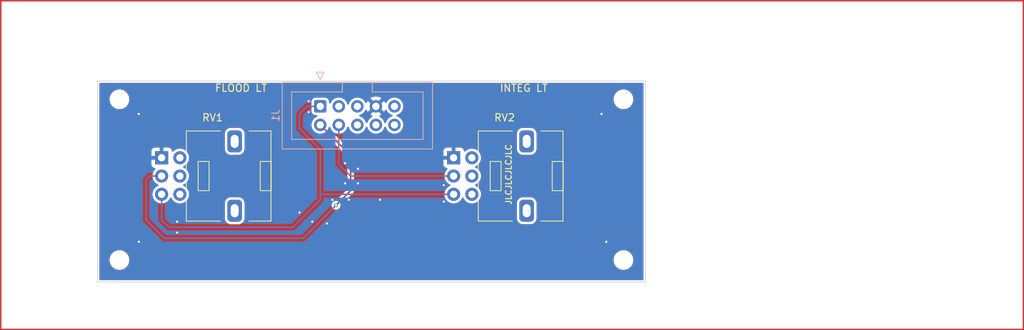
<source format=kicad_pcb>
(kicad_pcb (version 20240108) (generator "pcbnew") (generator_version "8.0")
  (layers (0 "F.Cu" signal) (31 "B.Cu" signal) (34 "B.Paste" user) (35 "F.Paste" user) (36 "B.SilkS" user "B.Silkscreen") (37 "F.SilkS" user "F.Silkscreen") (38 "B.Mask" user) (39 "F.Mask" user) (44 "Edge.Cuts" user))
  (net 0 "")
  (net 1 "GND")
  (net 2 "+3V3")
  (net 3 "VBUS")
  (net 4 "/FLOOD")
  (net 5 "/INTEG")
  (footprint "MountingHole:MountingHole_2.2mm_M2" (layer "F.Cu") (at 168.35 103.5)
    (property "Reference" "H4" (hide yes))
    (property "Value" "MountingHole" (hide yes))
    (pad "" np_thru_hole circle (at 0 0) (size 2.2 2.2) (drill 2.2) (layers "*.Cu" "*.Mask"))
  )
  (footprint "MountingHole:MountingHole_2.2mm_M2" (layer "F.Cu") (at 99.35 103.5)
    (property "Reference" "H1" (hide yes))
    (property "Value" "MountingHole" (hide yes))
    (pad "" np_thru_hole circle (at 0 0) (size 2.2 2.2) (drill 2.2) (layers "*.Cu" "*.Mask"))
  )
  (footprint "MountingHole:MountingHole_2.2mm_M2" (layer "F.Cu") (at 168.35 81.5)
    (property "Reference" "H3" (hide yes))
    (property "Value" "MountingHole" (hide yes))
    (pad "" np_thru_hole circle (at 0 0) (size 2.2 2.2) (drill 2.2) (layers "*.Cu" "*.Mask"))
  )
  (footprint "NiasStuff:Potentiometer_Alps_RK09L_Double_Vertical" (layer "F.Cu") (at 145.1 89.5)
    (property "Reference" "RV2" (at 6.975 -5.5 0) (layer "F.SilkS"))
    (property "Value" "R_Potentiometer")
    (fp_line (start 3.38 -3.67) (end 3.38 -0.871) (stroke (width 0.12)) (layer "F.SilkS"))
    (fp_line (start 3.38 -3.67) (end 8.046 -3.67) (stroke (width 0.12)) (layer "F.SilkS"))
    (fp_line (start 3.38 0.871) (end 3.38 1.63) (stroke (width 0.12)) (layer "F.SilkS"))
    (fp_line (start 3.38 3.371) (end 3.38 4.13) (stroke (width 0.12)) (layer "F.SilkS"))
    (fp_line (start 3.38 5.87) (end 3.38 8.67) (stroke (width 0.12)) (layer "F.SilkS"))
    (fp_line (start 3.38 8.67) (end 8.046 8.67) (stroke (width 0.12)) (layer "F.SilkS"))
    (fp_line (start 11.955 -3.67) (end 14.97 -3.67) (stroke (width 0.12)) (layer "F.SilkS"))
    (fp_line (start 11.955 8.67) (end 14.97 8.67) (stroke (width 0.12)) (layer "F.SilkS"))
    (fp_line (start 14.97 -3.67) (end 14.97 8.67) (stroke (width 0.12)) (layer "F.SilkS"))
    (fp_rect (start 5 0.5) (end 6.5 4.5) (stroke (width 0.12)) (fill none) (layer "F.SilkS"))
    (fp_rect (start 13.5 0.5) (end 15 4.5) (stroke (width 0.12)) (fill none) (layer "F.SilkS"))
    (pad "1" thru_hole rect (at 0 0) (size 1.8 1.8) (drill 1) (layers "*.Cu" "*.Mask") (net 1 "GND"))
    (pad "2" thru_hole circle (at 0 2.5) (size 1.8 1.8) (drill 1) (layers "*.Cu" "*.Mask") (net 5 "/INTEG"))
    (pad "3" thru_hole circle (at 0 5) (size 1.8 1.8) (drill 1) (layers "*.Cu" "*.Mask") (net 2 "+3V3"))
    (pad "4" thru_hole circle (at 2.5 0) (size 1.8 1.8) (drill 1) (layers "*.Cu" "*.Mask"))
    (pad "5" thru_hole circle (at 2.5 2.5) (size 1.8 1.8) (drill 1) (layers "*.Cu" "*.Mask"))
    (pad "6" thru_hole circle (at 2.5 5) (size 1.8 1.8) (drill 1) (layers "*.Cu" "*.Mask"))
    (pad "MP" thru_hole roundrect (at 10 -2.25) (size 2 3) (drill oval 1.1 1.8) (layers "*.Cu" "*.Mask"))
    (pad "MP" thru_hole roundrect (at 10 7.25) (size 2 3) (drill oval 1.1 1.8) (layers "*.Cu" "*.Mask"))
    (zone (net 0) (net_name "") (layer "F.Cu") (name "Copper Keep Out") (connect_pads (clearance 0)) (min_thickness 0.254)
      (keepout (tracks not_allowed) (vias not_allowed) (pads not_allowed) (copperpour not_allowed) (footprints not_allowed))
      (fill (thermal_gap 0.508) (thermal_bridge_width 0.508))
      (polygon (pts (xy 151.6 94) (xy 150.1 94) (xy 150.1 90) (xy 151.6 90)))
    )
    (zone (net 0) (net_name "") (layer "F.Cu") (name "Copper Keep Out") (connect_pads (clearance 0)) (min_thickness 0.254)
      (keepout (tracks not_allowed) (vias not_allowed) (pads not_allowed) (copperpour not_allowed) (footprints not_allowed))
      (fill (thermal_gap 0.508) (thermal_bridge_width 0.508))
      (polygon (pts (xy 160 94) (xy 158.6 94) (xy 158.6 90) (xy 160 90)))
    )
  )
  (footprint "NiasStuff:Potentiometer_Alps_RK09L_Double_Vertical" (layer "F.Cu") (at 105.125 89.5)
    (property "Reference" "RV1" (at 6.975 -5.5 0) (layer "F.SilkS"))
    (property "Value" "R_Potentiometer")
    (fp_line (start 3.38 -3.67) (end 3.38 -0.871) (stroke (width 0.12)) (layer "F.SilkS"))
    (fp_line (start 3.38 -3.67) (end 8.046 -3.67) (stroke (width 0.12)) (layer "F.SilkS"))
    (fp_line (start 3.38 0.871) (end 3.38 1.63) (stroke (width 0.12)) (layer "F.SilkS"))
    (fp_line (start 3.38 3.371) (end 3.38 4.13) (stroke (width 0.12)) (layer "F.SilkS"))
    (fp_line (start 3.38 5.87) (end 3.38 8.67) (stroke (width 0.12)) (layer "F.SilkS"))
    (fp_line (start 3.38 8.67) (end 8.046 8.67) (stroke (width 0.12)) (layer "F.SilkS"))
    (fp_line (start 11.955 -3.67) (end 14.97 -3.67) (stroke (width 0.12)) (layer "F.SilkS"))
    (fp_line (start 11.955 8.67) (end 14.97 8.67) (stroke (width 0.12)) (layer "F.SilkS"))
    (fp_line (start 14.97 -3.67) (end 14.97 8.67) (stroke (width 0.12)) (layer "F.SilkS"))
    (fp_rect (start 5 0.5) (end 6.5 4.5) (stroke (width 0.12)) (fill none) (layer "F.SilkS"))
    (fp_rect (start 13.5 0.5) (end 15 4.5) (stroke (width 0.12)) (fill none) (layer "F.SilkS"))
    (pad "1" thru_hole rect (at 0 0) (size 1.8 1.8) (drill 1) (layers "*.Cu" "*.Mask") (net 1 "GND"))
    (pad "2" thru_hole circle (at 0 2.5) (size 1.8 1.8) (drill 1) (layers "*.Cu" "*.Mask") (net 4 "/FLOOD"))
    (pad "3" thru_hole circle (at 0 5) (size 1.8 1.8) (drill 1) (layers "*.Cu" "*.Mask") (net 2 "+3V3"))
    (pad "4" thru_hole circle (at 2.5 0) (size 1.8 1.8) (drill 1) (layers "*.Cu" "*.Mask"))
    (pad "5" thru_hole circle (at 2.5 2.5) (size 1.8 1.8) (drill 1) (layers "*.Cu" "*.Mask"))
    (pad "6" thru_hole circle (at 2.5 5) (size 1.8 1.8) (drill 1) (layers "*.Cu" "*.Mask"))
    (pad "MP" thru_hole roundrect (at 10 -2.25) (size 2 3) (drill oval 1.1 1.8) (layers "*.Cu" "*.Mask"))
    (pad "MP" thru_hole roundrect (at 10 7.25) (size 2 3) (drill oval 1.1 1.8) (layers "*.Cu" "*.Mask"))
    (zone (net 0) (net_name "") (layer "F.Cu") (name "Copper Keep Out") (connect_pads (clearance 0)) (min_thickness 0.254)
      (keepout (tracks not_allowed) (vias not_allowed) (pads not_allowed) (copperpour not_allowed) (footprints not_allowed))
      (fill (thermal_gap 0.508) (thermal_bridge_width 0.508))
      (polygon (pts (xy 111.625 94) (xy 110.125 94) (xy 110.125 90) (xy 111.625 90)))
    )
    (zone (net 0) (net_name "") (layer "F.Cu") (name "Copper Keep Out") (connect_pads (clearance 0)) (min_thickness 0.254)
      (keepout (tracks not_allowed) (vias not_allowed) (pads not_allowed) (copperpour not_allowed) (footprints not_allowed))
      (fill (thermal_gap 0.508) (thermal_bridge_width 0.508))
      (polygon (pts (xy 120.025 94) (xy 118.625 94) (xy 118.625 90) (xy 120.025 90)))
    )
  )
  (footprint "MountingHole:MountingHole_2.2mm_M2" (layer "F.Cu") (at 99.35 81.5)
    (property "Reference" "H2" (hide yes))
    (property "Value" "MountingHole" (hide yes))
    (pad "" np_thru_hole circle (at 0 0) (size 2.2 2.2) (drill 2.2) (layers "*.Cu" "*.Mask"))
  )
  (footprint "Connector_IDC:IDC-Header_2x05_P2.54mm_Vertical" (layer "B.Cu") (at 126.84 82.46 -90)
    (property "Reference" "J1" (at 1.27 6.1 90) (layer "B.SilkS") (effects (justify mirror)))
    (property "Value" "Conn_02x05_Odd_Even")
    (fp_line (start -3.29 5.21) (end -3.29 -15.37) (stroke (width 0.12)) (layer "B.SilkS"))
    (fp_line (start 5.83 5.21) (end -3.29 5.21) (stroke (width 0.12)) (layer "B.SilkS"))
    (fp_line (start -1.98 3.91) (end -1.98 -3.03) (stroke (width 0.12)) (layer "B.SilkS"))
    (fp_line (start 4.52 3.91) (end -1.98 3.91) (stroke (width 0.12)) (layer "B.SilkS"))
    (fp_line (start -4.68 0.5) (end -3.68 0) (stroke (width 0.12)) (layer "B.SilkS"))
    (fp_line (start -3.68 0) (end -4.68 -0.5) (stroke (width 0.12)) (layer "B.SilkS"))
    (fp_line (start -4.68 -0.5) (end -4.68 0.5) (stroke (width 0.12)) (layer "B.SilkS"))
    (fp_line (start -1.98 -3.03) (end -3.29 -3.03) (stroke (width 0.12)) (layer "B.SilkS"))
    (fp_line (start -3.29 -7.13) (end -1.98 -7.13) (stroke (width 0.12)) (layer "B.SilkS"))
    (fp_line (start -1.98 -7.13) (end -1.98 -7.13) (stroke (width 0.12)) (layer "B.SilkS"))
    (fp_line (start -1.98 -7.13) (end -1.98 -14.07) (stroke (width 0.12)) (layer "B.SilkS"))
    (fp_line (start -1.98 -14.07) (end 4.52 -14.07) (stroke (width 0.12)) (layer "B.SilkS"))
    (fp_line (start 4.52 -14.07) (end 4.52 3.91) (stroke (width 0.12)) (layer "B.SilkS"))
    (fp_line (start -3.29 -15.37) (end 5.83 -15.37) (stroke (width 0.12)) (layer "B.SilkS"))
    (fp_line (start 5.83 -15.37) (end 5.83 5.21) (stroke (width 0.12)) (layer "B.SilkS"))
    (pad "1" thru_hole roundrect (at 0 0 270) (size 1.7 1.7) (drill 1) (layers "*.Cu" "*.Mask") (roundrect_rratio 0.147059) (net 2 "+3V3"))
    (pad "2" thru_hole circle (at 2.54 0 270) (size 1.7 1.7) (drill 1) (layers "*.Cu" "*.Mask") (net 4 "/FLOOD"))
    (pad "3" thru_hole circle (at 0 -2.54 270) (size 1.7 1.7) (drill 1) (layers "*.Cu" "*.Mask"))
    (pad "4" thru_hole circle (at 2.54 -2.54 270) (size 1.7 1.7) (drill 1) (layers "*.Cu" "*.Mask") (net 5 "/INTEG"))
    (pad "5" thru_hole circle (at 0 -5.08 270) (size 1.7 1.7) (drill 1) (layers "*.Cu" "*.Mask"))
    (pad "6" thru_hole circle (at 2.54 -5.08 270) (size 1.7 1.7) (drill 1) (layers "*.Cu" "*.Mask"))
    (pad "7" thru_hole circle (at 0 -7.62 270) (size 1.7 1.7) (drill 1) (layers "*.Cu" "*.Mask") (net 1 "GND"))
    (pad "8" thru_hole circle (at 2.54 -7.62 270) (size 1.7 1.7) (drill 1) (layers "*.Cu" "*.Mask"))
    (pad "9" thru_hole circle (at 0 -10.16 270) (size 1.7 1.7) (drill 1) (layers "*.Cu" "*.Mask") (net 3 "VBUS"))
    (pad "10" thru_hole circle (at 2.54 -10.16 270) (size 1.7 1.7) (drill 1) (layers "*.Cu" "*.Mask"))
  )
  (gr_line (start 83.1 68) (end 83.1 113) (stroke (width 0.2)) (layer "F.Cu"))
  (gr_line (start 83.1 113) (end 223.1 113) (stroke (width 0.2)) (layer "F.Cu"))
  (gr_line (start 223.1 68) (end 83.1 68) (stroke (width 0.2)) (layer "F.Cu"))
  (gr_line (start 223.1 113) (end 223.1 68) (stroke (width 0.2)) (layer "F.Cu"))
  (gr_line (start 96.35 79) (end 171.35 79) (stroke (width 0.1)) (layer "Edge.Cuts"))
  (gr_line (start 96.35 106.5) (end 96.35 79) (stroke (width 0.1)) (layer "Edge.Cuts"))
  (gr_line (start 171.35 79) (end 171.35 106.5) (stroke (width 0.1)) (layer "Edge.Cuts"))
  (gr_line (start 171.35 106.5) (end 96.35 106.5) (stroke (width 0.1)) (layer "Edge.Cuts"))
  (gr_text "JLCJLCJLCJLC" (at 153.1 96 90) (layer "F.SilkS") (effects (font (size 0.8 0.8)) (justify left bottom)))
  (gr_text "FLOOD LT" (at 112.35 80.5375 0) (layer "F.SilkS") (effects (font (size 1 1)) (justify left bottom)))
  (gr_text "INTEG LT" (at 151.35 80.5375 0) (layer "F.SilkS") (effects (font (size 1 1)) (justify left bottom)))
  (via (at 128.5 95.25) (size 0.5) (drill 0.3) (layers "F.Cu" "B.Cu") (net 1))
  (via (at 130.75 95.25) (size 0.5) (drill 0.3) (layers "F.Cu" "B.Cu") (net 1))
  (via (at 102 83.5) (size 0.5) (drill 0.3) (layers "F.Cu" "B.Cu") (net 1))
  (via (at 143.75 95.5) (size 0.5) (drill 0.3) (layers "F.Cu" "B.Cu") (net 1))
  (via (at 107.25 99.75) (size 0.5) (drill 0.3) (layers "F.Cu" "B.Cu") (net 1))
  (via (at 125.75 98.25) (size 0.5) (drill 0.3) (layers "F.Cu" "B.Cu") (net 1))
  (via (at 165.35 83.5) (size 0.5) (drill 0.3) (layers "F.Cu" "B.Cu") (net 1))
  (via (at 124 97) (size 0.5) (drill 0.3) (layers "F.Cu" "B.Cu") (net 1))
  (via (at 132 93) (size 0.5) (drill 0.3) (layers "F.Cu" "B.Cu") (net 1))
  (via (at 102 101) (size 0.5) (drill 0.3) (layers "F.Cu" "B.Cu") (net 1))
  (via (at 125.25 83.25) (size 0.5) (drill 0.3) (layers "F.Cu" "B.Cu") (net 1))
  (via (at 143.75 93.25) (size 0.5) (drill 0.3) (layers "F.Cu" "B.Cu") (net 1))
  (via (at 107.25 98.25) (size 0.5) (drill 0.3) (layers "F.Cu" "B.Cu") (net 1))
  (via (at 132 91) (size 0.5) (drill 0.3) (layers "F.Cu" "B.Cu") (net 1))
  (via (at 127.75 98.5) (size 0.5) (drill 0.3) (layers "F.Cu" "B.Cu") (net 1))
  (via (at 166 101) (size 0.5) (drill 0.3) (layers "F.Cu" "B.Cu") (net 1))
  (via (at 130.25 90.25) (size 0.5) (drill 0.3) (layers "F.Cu" "B.Cu") (net 1))
  (via (at 125.25 81.75) (size 0.5) (drill 0.3) (layers "F.Cu" "B.Cu") (net 1))
  (via (at 135 95.25) (size 0.5) (drill 0.3) (layers "F.Cu" "B.Cu") (net 1))
  (via (at 130.25 93) (size 0.5) (drill 0.3) (layers "F.Cu" "B.Cu") (net 1))
  (segment (start 123.1 99) (end 126.85 95.25) (width 0.2) (layer "B.Cu") (net 2))
  (segment (start 105.125 94.5) (end 105.125 98.025) (width 0.2) (layer "B.Cu") (net 2))
  (segment (start 106.1 99) (end 123.1 99) (width 0.2) (layer "B.Cu") (net 2))
  (segment (start 124 85.5) (end 124 83.5) (width 0.2) (layer "B.Cu") (net 2))
  (segment (start 126.85 88.35) (end 124 85.5) (width 0.2) (layer "B.Cu") (net 2))
  (segment (start 105.125 98.025) (end 106.1 99) (width 0.2) (layer "B.Cu") (net 2))
  (segment (start 145.1 94.5) (end 126.85 94.5) (width 0.2) (layer "B.Cu") (net 2))
  (segment (start 126.85 94.5) (end 126.85 88.35) (width 0.2) (layer "B.Cu") (net 2))
  (segment (start 126.85 95.25) (end 126.85 94.5) (width 0.2) (layer "B.Cu") (net 2))
  (segment (start 124 83.5) (end 125.04 82.46) (width 0.2) (layer "B.Cu") (net 2))
  (segment (start 125.04 82.46) (end 126.84 82.46) (width 0.2) (layer "B.Cu") (net 2))
  (segment (start 131 89.16) (end 126.84 85) (width 0.2) (layer "F.Cu") (net 4))
  (segment (start 131 94) (end 131 89.16) (width 0.2) (layer "F.Cu") (net 4))
  (segment (start 129 96) (end 131 94) (width 0.2) (layer "F.Cu") (net 4))
  (via (at 129 96) (size 0.5) (drill 0.3) (layers "F.Cu" "B.Cu") (net 4))
  (segment (start 103.5 92) (end 105.125 92) (width 0.2) (layer "B.Cu") (net 4))
  (segment (start 103 98) (end 103 92.5) (width 0.2) (layer "B.Cu") (net 4))
  (segment (start 105.5 100.5) (end 103 98) (width 0.2) (layer "B.Cu") (net 4))
  (segment (start 124.5 100.5) (end 105.5 100.5) (width 0.2) (layer "B.Cu") (net 4))
  (segment (start 103 92.5) (end 103.5 92) (width 0.2) (layer "B.Cu") (net 4))
  (segment (start 129 96) (end 124.5 100.5) (width 0.2) (layer "B.Cu") (net 4))
  (segment (start 145.1 92) (end 131 92) (width 0.2) (layer "B.Cu") (net 5))
  (segment (start 129.38 90.38) (end 129.38 85) (width 0.2) (layer "B.Cu") (net 5))
  (segment (start 131 92) (end 129.38 90.38) (width 0.2) (layer "B.Cu") (net 5))
  (zone (net 1) (net_name "GND") (layers "F&B.Cu") (priority 1) (connect_pads (clearance 0.35)) (min_thickness 0.25) (fill yes (thermal_gap 0.5) (thermal_bridge_width 0.5))
    (polygon (pts (xy 171.35 79) (xy 171.35 106.5) (xy 96.35 106.5) (xy 96.35 79)))
  )
)
</source>
